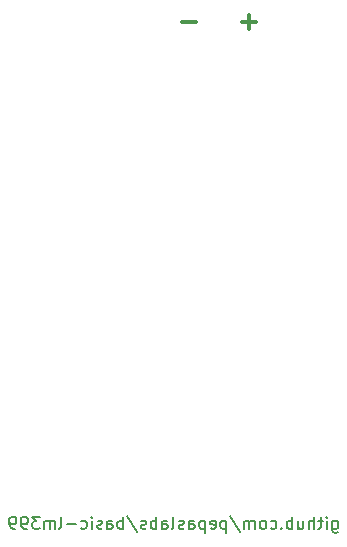
<source format=gbo>
G04 (created by PCBNEW (2013-07-07 BZR 4022)-stable) date Wed 10 May 2017 02:19:22 AM CDT*
%MOIN*%
G04 Gerber Fmt 3.4, Leading zero omitted, Abs format*
%FSLAX34Y34*%
G01*
G70*
G90*
G04 APERTURE LIST*
%ADD10C,0.00590551*%
%ADD11C,0.008*%
%ADD12C,0.012*%
G04 APERTURE END LIST*
G54D10*
G54D11*
X82785Y-51645D02*
X82785Y-51969D01*
X82804Y-52007D01*
X82823Y-52026D01*
X82861Y-52045D01*
X82919Y-52045D01*
X82957Y-52026D01*
X82785Y-51892D02*
X82823Y-51911D01*
X82899Y-51911D01*
X82938Y-51892D01*
X82957Y-51873D01*
X82976Y-51835D01*
X82976Y-51721D01*
X82957Y-51683D01*
X82938Y-51664D01*
X82899Y-51645D01*
X82823Y-51645D01*
X82785Y-51664D01*
X82595Y-51911D02*
X82595Y-51645D01*
X82595Y-51511D02*
X82614Y-51530D01*
X82595Y-51550D01*
X82576Y-51530D01*
X82595Y-51511D01*
X82595Y-51550D01*
X82461Y-51645D02*
X82309Y-51645D01*
X82404Y-51511D02*
X82404Y-51854D01*
X82385Y-51892D01*
X82347Y-51911D01*
X82309Y-51911D01*
X82176Y-51911D02*
X82176Y-51511D01*
X82004Y-51911D02*
X82004Y-51702D01*
X82023Y-51664D01*
X82061Y-51645D01*
X82119Y-51645D01*
X82157Y-51664D01*
X82176Y-51683D01*
X81642Y-51645D02*
X81642Y-51911D01*
X81814Y-51645D02*
X81814Y-51854D01*
X81795Y-51892D01*
X81757Y-51911D01*
X81700Y-51911D01*
X81661Y-51892D01*
X81642Y-51873D01*
X81452Y-51911D02*
X81452Y-51511D01*
X81452Y-51664D02*
X81414Y-51645D01*
X81338Y-51645D01*
X81300Y-51664D01*
X81280Y-51683D01*
X81261Y-51721D01*
X81261Y-51835D01*
X81280Y-51873D01*
X81300Y-51892D01*
X81338Y-51911D01*
X81414Y-51911D01*
X81452Y-51892D01*
X81090Y-51873D02*
X81071Y-51892D01*
X81090Y-51911D01*
X81109Y-51892D01*
X81090Y-51873D01*
X81090Y-51911D01*
X80728Y-51892D02*
X80766Y-51911D01*
X80842Y-51911D01*
X80880Y-51892D01*
X80899Y-51873D01*
X80919Y-51835D01*
X80919Y-51721D01*
X80899Y-51683D01*
X80880Y-51664D01*
X80842Y-51645D01*
X80766Y-51645D01*
X80728Y-51664D01*
X80499Y-51911D02*
X80538Y-51892D01*
X80557Y-51873D01*
X80576Y-51835D01*
X80576Y-51721D01*
X80557Y-51683D01*
X80538Y-51664D01*
X80499Y-51645D01*
X80442Y-51645D01*
X80404Y-51664D01*
X80385Y-51683D01*
X80366Y-51721D01*
X80366Y-51835D01*
X80385Y-51873D01*
X80404Y-51892D01*
X80442Y-51911D01*
X80499Y-51911D01*
X80195Y-51911D02*
X80195Y-51645D01*
X80195Y-51683D02*
X80176Y-51664D01*
X80138Y-51645D01*
X80080Y-51645D01*
X80042Y-51664D01*
X80023Y-51702D01*
X80023Y-51911D01*
X80023Y-51702D02*
X80004Y-51664D01*
X79966Y-51645D01*
X79909Y-51645D01*
X79871Y-51664D01*
X79852Y-51702D01*
X79852Y-51911D01*
X79376Y-51492D02*
X79719Y-52007D01*
X79242Y-51645D02*
X79242Y-52045D01*
X79242Y-51664D02*
X79204Y-51645D01*
X79128Y-51645D01*
X79090Y-51664D01*
X79071Y-51683D01*
X79052Y-51721D01*
X79052Y-51835D01*
X79071Y-51873D01*
X79090Y-51892D01*
X79128Y-51911D01*
X79204Y-51911D01*
X79242Y-51892D01*
X78728Y-51892D02*
X78766Y-51911D01*
X78842Y-51911D01*
X78880Y-51892D01*
X78899Y-51854D01*
X78899Y-51702D01*
X78880Y-51664D01*
X78842Y-51645D01*
X78766Y-51645D01*
X78728Y-51664D01*
X78709Y-51702D01*
X78709Y-51740D01*
X78899Y-51778D01*
X78538Y-51645D02*
X78538Y-52045D01*
X78538Y-51664D02*
X78499Y-51645D01*
X78423Y-51645D01*
X78385Y-51664D01*
X78366Y-51683D01*
X78347Y-51721D01*
X78347Y-51835D01*
X78366Y-51873D01*
X78385Y-51892D01*
X78423Y-51911D01*
X78499Y-51911D01*
X78538Y-51892D01*
X78004Y-51911D02*
X78004Y-51702D01*
X78023Y-51664D01*
X78061Y-51645D01*
X78138Y-51645D01*
X78176Y-51664D01*
X78004Y-51892D02*
X78042Y-51911D01*
X78138Y-51911D01*
X78176Y-51892D01*
X78195Y-51854D01*
X78195Y-51816D01*
X78176Y-51778D01*
X78138Y-51759D01*
X78042Y-51759D01*
X78004Y-51740D01*
X77833Y-51892D02*
X77795Y-51911D01*
X77719Y-51911D01*
X77680Y-51892D01*
X77661Y-51854D01*
X77661Y-51835D01*
X77680Y-51797D01*
X77719Y-51778D01*
X77776Y-51778D01*
X77814Y-51759D01*
X77833Y-51721D01*
X77833Y-51702D01*
X77814Y-51664D01*
X77776Y-51645D01*
X77719Y-51645D01*
X77680Y-51664D01*
X77433Y-51911D02*
X77471Y-51892D01*
X77490Y-51854D01*
X77490Y-51511D01*
X77109Y-51911D02*
X77109Y-51702D01*
X77128Y-51664D01*
X77166Y-51645D01*
X77242Y-51645D01*
X77280Y-51664D01*
X77109Y-51892D02*
X77147Y-51911D01*
X77242Y-51911D01*
X77280Y-51892D01*
X77300Y-51854D01*
X77300Y-51816D01*
X77280Y-51778D01*
X77242Y-51759D01*
X77147Y-51759D01*
X77109Y-51740D01*
X76919Y-51911D02*
X76919Y-51511D01*
X76919Y-51664D02*
X76880Y-51645D01*
X76804Y-51645D01*
X76766Y-51664D01*
X76747Y-51683D01*
X76728Y-51721D01*
X76728Y-51835D01*
X76747Y-51873D01*
X76766Y-51892D01*
X76804Y-51911D01*
X76880Y-51911D01*
X76919Y-51892D01*
X76576Y-51892D02*
X76538Y-51911D01*
X76461Y-51911D01*
X76423Y-51892D01*
X76404Y-51854D01*
X76404Y-51835D01*
X76423Y-51797D01*
X76461Y-51778D01*
X76519Y-51778D01*
X76557Y-51759D01*
X76576Y-51721D01*
X76576Y-51702D01*
X76557Y-51664D01*
X76519Y-51645D01*
X76461Y-51645D01*
X76423Y-51664D01*
X75947Y-51492D02*
X76290Y-52007D01*
X75814Y-51911D02*
X75814Y-51511D01*
X75814Y-51664D02*
X75776Y-51645D01*
X75700Y-51645D01*
X75661Y-51664D01*
X75642Y-51683D01*
X75623Y-51721D01*
X75623Y-51835D01*
X75642Y-51873D01*
X75661Y-51892D01*
X75700Y-51911D01*
X75776Y-51911D01*
X75814Y-51892D01*
X75280Y-51911D02*
X75280Y-51702D01*
X75300Y-51664D01*
X75338Y-51645D01*
X75414Y-51645D01*
X75452Y-51664D01*
X75280Y-51892D02*
X75319Y-51911D01*
X75414Y-51911D01*
X75452Y-51892D01*
X75471Y-51854D01*
X75471Y-51816D01*
X75452Y-51778D01*
X75414Y-51759D01*
X75319Y-51759D01*
X75280Y-51740D01*
X75109Y-51892D02*
X75071Y-51911D01*
X74995Y-51911D01*
X74957Y-51892D01*
X74938Y-51854D01*
X74938Y-51835D01*
X74957Y-51797D01*
X74995Y-51778D01*
X75052Y-51778D01*
X75090Y-51759D01*
X75109Y-51721D01*
X75109Y-51702D01*
X75090Y-51664D01*
X75052Y-51645D01*
X74995Y-51645D01*
X74957Y-51664D01*
X74766Y-51911D02*
X74766Y-51645D01*
X74766Y-51511D02*
X74785Y-51530D01*
X74766Y-51550D01*
X74747Y-51530D01*
X74766Y-51511D01*
X74766Y-51550D01*
X74404Y-51892D02*
X74442Y-51911D01*
X74519Y-51911D01*
X74557Y-51892D01*
X74576Y-51873D01*
X74595Y-51835D01*
X74595Y-51721D01*
X74576Y-51683D01*
X74557Y-51664D01*
X74519Y-51645D01*
X74442Y-51645D01*
X74404Y-51664D01*
X74233Y-51759D02*
X73928Y-51759D01*
X73680Y-51911D02*
X73719Y-51892D01*
X73738Y-51854D01*
X73738Y-51511D01*
X73528Y-51911D02*
X73528Y-51645D01*
X73528Y-51683D02*
X73509Y-51664D01*
X73471Y-51645D01*
X73414Y-51645D01*
X73376Y-51664D01*
X73357Y-51702D01*
X73357Y-51911D01*
X73357Y-51702D02*
X73338Y-51664D01*
X73300Y-51645D01*
X73242Y-51645D01*
X73204Y-51664D01*
X73185Y-51702D01*
X73185Y-51911D01*
X73033Y-51511D02*
X72785Y-51511D01*
X72919Y-51664D01*
X72861Y-51664D01*
X72823Y-51683D01*
X72804Y-51702D01*
X72785Y-51740D01*
X72785Y-51835D01*
X72804Y-51873D01*
X72823Y-51892D01*
X72861Y-51911D01*
X72976Y-51911D01*
X73014Y-51892D01*
X73033Y-51873D01*
X72595Y-51911D02*
X72519Y-51911D01*
X72480Y-51892D01*
X72461Y-51873D01*
X72423Y-51816D01*
X72404Y-51740D01*
X72404Y-51588D01*
X72423Y-51550D01*
X72442Y-51530D01*
X72480Y-51511D01*
X72557Y-51511D01*
X72595Y-51530D01*
X72614Y-51550D01*
X72633Y-51588D01*
X72633Y-51683D01*
X72614Y-51721D01*
X72595Y-51740D01*
X72557Y-51759D01*
X72480Y-51759D01*
X72442Y-51740D01*
X72423Y-51721D01*
X72404Y-51683D01*
X72214Y-51911D02*
X72138Y-51911D01*
X72100Y-51892D01*
X72080Y-51873D01*
X72042Y-51816D01*
X72023Y-51740D01*
X72023Y-51588D01*
X72042Y-51550D01*
X72061Y-51530D01*
X72100Y-51511D01*
X72176Y-51511D01*
X72214Y-51530D01*
X72233Y-51550D01*
X72252Y-51588D01*
X72252Y-51683D01*
X72233Y-51721D01*
X72214Y-51740D01*
X72176Y-51759D01*
X72100Y-51759D01*
X72061Y-51740D01*
X72042Y-51721D01*
X72023Y-51683D01*
G54D12*
X77771Y-35014D02*
X78228Y-35014D01*
X79771Y-35014D02*
X80228Y-35014D01*
X80000Y-35242D02*
X80000Y-34785D01*
M02*

</source>
